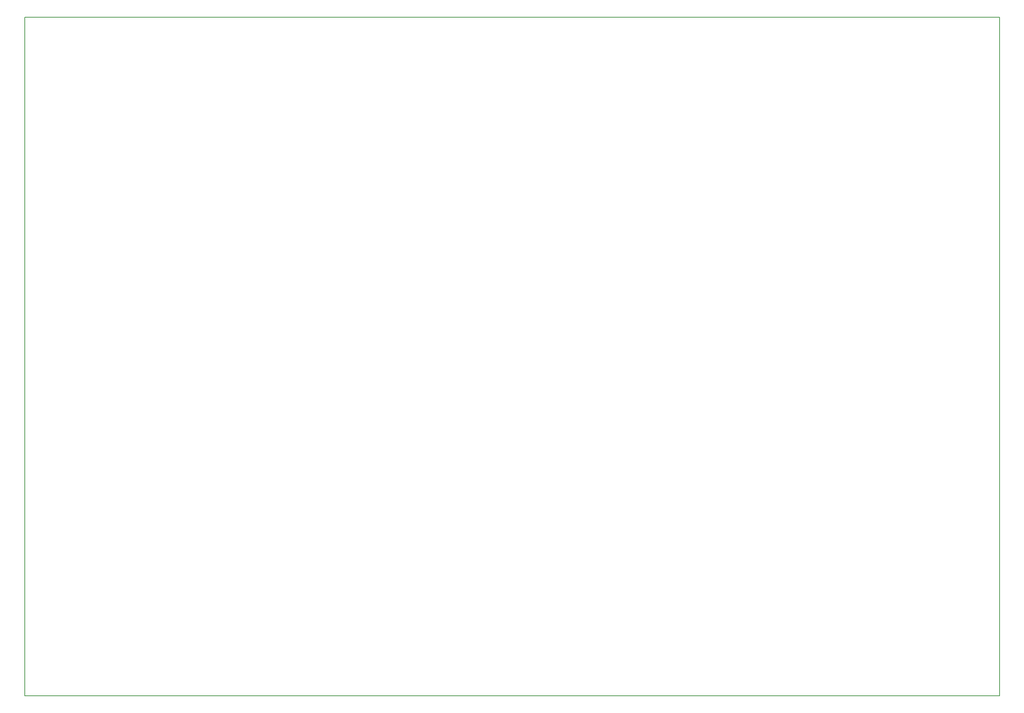
<source format=gbr>
G04 EasyPC Gerber Version 21.0.3 Build 4286 *
%FSLAX35Y35*%
%MOIN*%
%ADD10C,0.00500*%
X0Y0D02*
D02*
D10*
X5250Y5250D02*
X910250D01*
Y635150*
X5250*
Y5250*
X0Y0D02*
M02*

</source>
